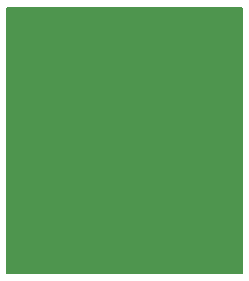
<source format=gbr>
%TF.GenerationSoftware,KiCad,Pcbnew,(7.0.0)*%
%TF.CreationDate,2023-04-19T09:29:54-05:00*%
%TF.ProjectId,Pixel.Cookie,50697865-6c2e-4436-9f6f-6b69652e6b69,rev?*%
%TF.SameCoordinates,Original*%
%TF.FileFunction,Soldermask,Top*%
%TF.FilePolarity,Negative*%
%FSLAX46Y46*%
G04 Gerber Fmt 4.6, Leading zero omitted, Abs format (unit mm)*
G04 Created by KiCad (PCBNEW (7.0.0)) date 2023-04-19 09:29:54*
%MOMM*%
%LPD*%
G01*
G04 APERTURE LIST*
%ADD10C,0.200000*%
G04 APERTURE END LIST*
D10*
X12705000Y-12550000D02*
X32625000Y-12550000D01*
X32625000Y-12550000D02*
X32625000Y-35035000D01*
X32625000Y-35035000D02*
X12705000Y-35035000D01*
X12705000Y-35035000D02*
X12705000Y-12550000D01*
G36*
X12705000Y-12550000D02*
G01*
X32625000Y-12550000D01*
X32625000Y-35035000D01*
X12705000Y-35035000D01*
X12705000Y-12550000D01*
G37*
M02*

</source>
